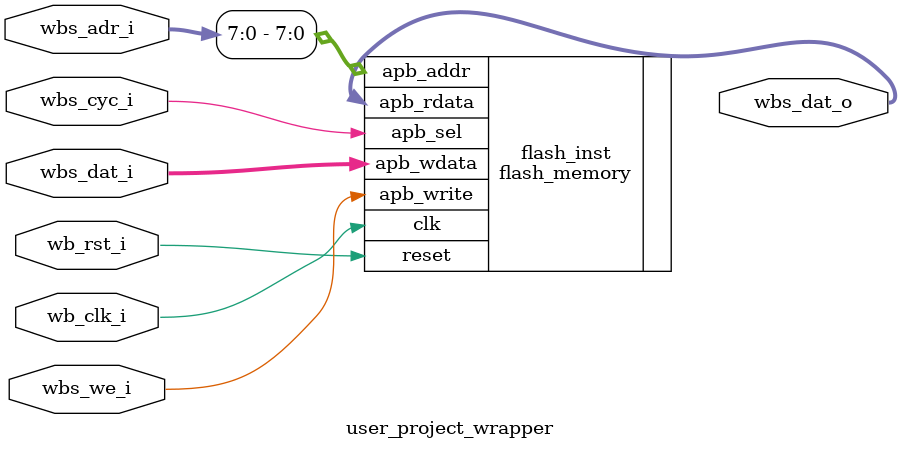
<source format=v>
module user_project_wrapper (
    input wire wb_clk_i, wb_rst_i, 
    input wire [31:0] wbs_adr_i, wbs_dat_i,
    input wire wbs_we_i, wbs_cyc_i,
    output wire [31:0] wbs_dat_o
);
    flash_memory flash_inst (
        .clk(wb_clk_i), .reset(wb_rst_i),
        .apb_sel(wbs_cyc_i), .apb_write(wbs_we_i),
        .apb_addr(wbs_adr_i[7:0]), .apb_wdata(wbs_dat_i),
        .apb_rdata(wbs_dat_o)
    );
endmodule

</source>
